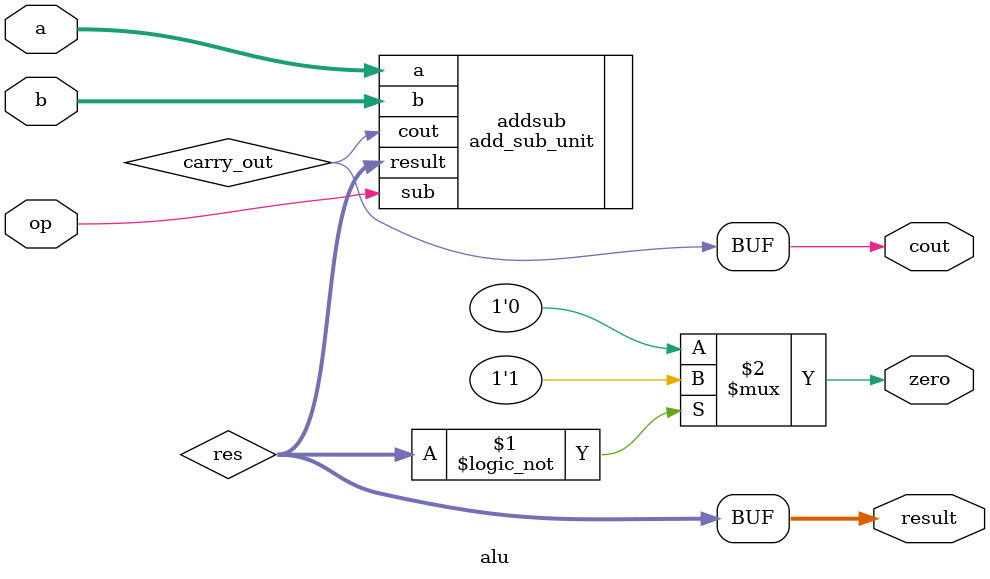
<source format=v>
module alu (
    input [15:0] a,
    input [15:0] b,
    input op,                  // 0 = ADD, 1 = SUB
    output [15:0] result,
    output cout,
    output zero
);

    wire [15:0] res;
    wire carry_out;

    add_sub_unit addsub (
        .a(a),
        .b(b),
        .sub(op),
        .result(res),
        .cout(carry_out)
    );

    assign result = res;
    assign cout = carry_out;

    assign zero = (res == 16'b0) ? 1'b1 : 1'b0;

endmodule

</source>
